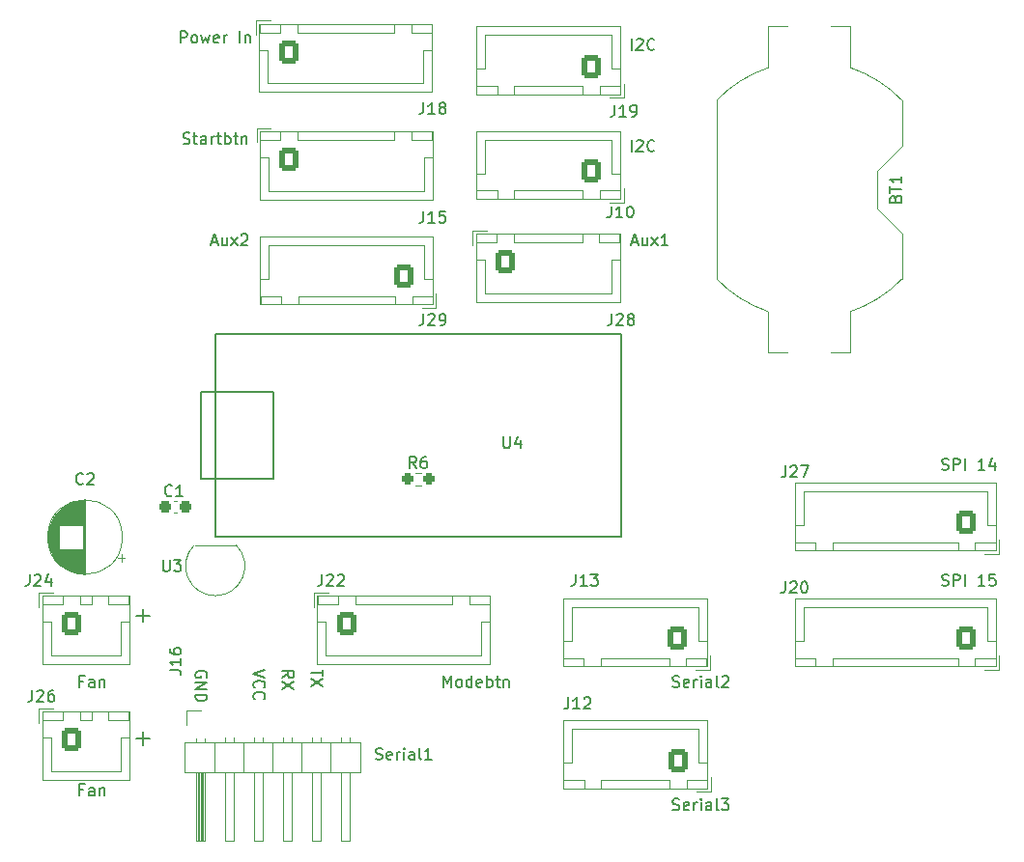
<source format=gto>
G04 #@! TF.GenerationSoftware,KiCad,Pcbnew,6.0.11-2627ca5db0~126~ubuntu20.04.1*
G04 #@! TF.CreationDate,2023-03-12T13:33:38+01:00*
G04 #@! TF.ProjectId,Bobbycar_wiring,426f6262-7963-4617-925f-776972696e67,rev?*
G04 #@! TF.SameCoordinates,Original*
G04 #@! TF.FileFunction,Legend,Top*
G04 #@! TF.FilePolarity,Positive*
%FSLAX46Y46*%
G04 Gerber Fmt 4.6, Leading zero omitted, Abs format (unit mm)*
G04 Created by KiCad (PCBNEW 6.0.11-2627ca5db0~126~ubuntu20.04.1) date 2023-03-12 13:33:38*
%MOMM*%
%LPD*%
G01*
G04 APERTURE LIST*
G04 Aperture macros list*
%AMRoundRect*
0 Rectangle with rounded corners*
0 $1 Rounding radius*
0 $2 $3 $4 $5 $6 $7 $8 $9 X,Y pos of 4 corners*
0 Add a 4 corners polygon primitive as box body*
4,1,4,$2,$3,$4,$5,$6,$7,$8,$9,$2,$3,0*
0 Add four circle primitives for the rounded corners*
1,1,$1+$1,$2,$3*
1,1,$1+$1,$4,$5*
1,1,$1+$1,$6,$7*
1,1,$1+$1,$8,$9*
0 Add four rect primitives between the rounded corners*
20,1,$1+$1,$2,$3,$4,$5,0*
20,1,$1+$1,$4,$5,$6,$7,0*
20,1,$1+$1,$6,$7,$8,$9,0*
20,1,$1+$1,$8,$9,$2,$3,0*%
G04 Aperture macros list end*
%ADD10C,0.150000*%
%ADD11C,0.120000*%
%ADD12C,3.200000*%
%ADD13RoundRect,0.250000X0.600000X0.725000X-0.600000X0.725000X-0.600000X-0.725000X0.600000X-0.725000X0*%
%ADD14O,1.700000X1.950000*%
%ADD15RoundRect,0.250000X-0.600000X-0.725000X0.600000X-0.725000X0.600000X0.725000X-0.600000X0.725000X0*%
%ADD16RoundRect,0.237500X-0.300000X-0.237500X0.300000X-0.237500X0.300000X0.237500X-0.300000X0.237500X0*%
%ADD17R,1.700000X1.700000*%
%ADD18O,1.700000X1.700000*%
%ADD19O,1.700000X2.000000*%
%ADD20RoundRect,0.250000X-0.600000X-0.750000X0.600000X-0.750000X0.600000X0.750000X-0.600000X0.750000X0*%
%ADD21R,3.510000X2.540000*%
%ADD22R,1.600000X1.600000*%
%ADD23C,1.600000*%
%ADD24R,1.050000X1.500000*%
%ADD25O,1.050000X1.500000*%
%ADD26RoundRect,0.237500X-0.250000X-0.237500X0.250000X-0.237500X0.250000X0.237500X-0.250000X0.237500X0*%
G04 APERTURE END LIST*
D10*
X88598571Y-61761666D02*
X89074761Y-61761666D01*
X88503333Y-62047380D02*
X88836666Y-61047380D01*
X89170000Y-62047380D01*
X89931904Y-61380714D02*
X89931904Y-62047380D01*
X89503333Y-61380714D02*
X89503333Y-61904523D01*
X89550952Y-61999761D01*
X89646190Y-62047380D01*
X89789047Y-62047380D01*
X89884285Y-61999761D01*
X89931904Y-61952142D01*
X90312857Y-62047380D02*
X90836666Y-61380714D01*
X90312857Y-61380714D02*
X90836666Y-62047380D01*
X91170000Y-61142619D02*
X91217619Y-61095000D01*
X91312857Y-61047380D01*
X91550952Y-61047380D01*
X91646190Y-61095000D01*
X91693809Y-61142619D01*
X91741428Y-61237857D01*
X91741428Y-61333095D01*
X91693809Y-61475952D01*
X91122380Y-62047380D01*
X91741428Y-62047380D01*
X125428571Y-61761666D02*
X125904761Y-61761666D01*
X125333333Y-62047380D02*
X125666666Y-61047380D01*
X126000000Y-62047380D01*
X126761904Y-61380714D02*
X126761904Y-62047380D01*
X126333333Y-61380714D02*
X126333333Y-61904523D01*
X126380952Y-61999761D01*
X126476190Y-62047380D01*
X126619047Y-62047380D01*
X126714285Y-61999761D01*
X126761904Y-61952142D01*
X127142857Y-62047380D02*
X127666666Y-61380714D01*
X127142857Y-61380714D02*
X127666666Y-62047380D01*
X128571428Y-62047380D02*
X128000000Y-62047380D01*
X128285714Y-62047380D02*
X128285714Y-61047380D01*
X128190476Y-61190238D01*
X128095238Y-61285476D01*
X128000000Y-61333095D01*
X86090476Y-53109761D02*
X86233333Y-53157380D01*
X86471428Y-53157380D01*
X86566666Y-53109761D01*
X86614285Y-53062142D01*
X86661904Y-52966904D01*
X86661904Y-52871666D01*
X86614285Y-52776428D01*
X86566666Y-52728809D01*
X86471428Y-52681190D01*
X86280952Y-52633571D01*
X86185714Y-52585952D01*
X86138095Y-52538333D01*
X86090476Y-52443095D01*
X86090476Y-52347857D01*
X86138095Y-52252619D01*
X86185714Y-52205000D01*
X86280952Y-52157380D01*
X86519047Y-52157380D01*
X86661904Y-52205000D01*
X86947619Y-52490714D02*
X87328571Y-52490714D01*
X87090476Y-52157380D02*
X87090476Y-53014523D01*
X87138095Y-53109761D01*
X87233333Y-53157380D01*
X87328571Y-53157380D01*
X88090476Y-53157380D02*
X88090476Y-52633571D01*
X88042857Y-52538333D01*
X87947619Y-52490714D01*
X87757142Y-52490714D01*
X87661904Y-52538333D01*
X88090476Y-53109761D02*
X87995238Y-53157380D01*
X87757142Y-53157380D01*
X87661904Y-53109761D01*
X87614285Y-53014523D01*
X87614285Y-52919285D01*
X87661904Y-52824047D01*
X87757142Y-52776428D01*
X87995238Y-52776428D01*
X88090476Y-52728809D01*
X88566666Y-53157380D02*
X88566666Y-52490714D01*
X88566666Y-52681190D02*
X88614285Y-52585952D01*
X88661904Y-52538333D01*
X88757142Y-52490714D01*
X88852380Y-52490714D01*
X89042857Y-52490714D02*
X89423809Y-52490714D01*
X89185714Y-52157380D02*
X89185714Y-53014523D01*
X89233333Y-53109761D01*
X89328571Y-53157380D01*
X89423809Y-53157380D01*
X89757142Y-53157380D02*
X89757142Y-52157380D01*
X89757142Y-52538333D02*
X89852380Y-52490714D01*
X90042857Y-52490714D01*
X90138095Y-52538333D01*
X90185714Y-52585952D01*
X90233333Y-52681190D01*
X90233333Y-52966904D01*
X90185714Y-53062142D01*
X90138095Y-53109761D01*
X90042857Y-53157380D01*
X89852380Y-53157380D01*
X89757142Y-53109761D01*
X90519047Y-52490714D02*
X90900000Y-52490714D01*
X90661904Y-52157380D02*
X90661904Y-53014523D01*
X90709523Y-53109761D01*
X90804761Y-53157380D01*
X90900000Y-53157380D01*
X91233333Y-52490714D02*
X91233333Y-53157380D01*
X91233333Y-52585952D02*
X91280952Y-52538333D01*
X91376190Y-52490714D01*
X91519047Y-52490714D01*
X91614285Y-52538333D01*
X91661904Y-52633571D01*
X91661904Y-53157380D01*
X83121428Y-105302857D02*
X81978571Y-105302857D01*
X82550000Y-104731428D02*
X82550000Y-105874285D01*
X83121428Y-94507857D02*
X81978571Y-94507857D01*
X82550000Y-93936428D02*
X82550000Y-95079285D01*
X98337619Y-99252738D02*
X98337619Y-99824166D01*
X97337619Y-99538452D02*
X98337619Y-99538452D01*
X98337619Y-100062261D02*
X97337619Y-100728928D01*
X98337619Y-100728928D02*
X97337619Y-100062261D01*
X125388809Y-44902380D02*
X125388809Y-43902380D01*
X125817380Y-43997619D02*
X125865000Y-43950000D01*
X125960238Y-43902380D01*
X126198333Y-43902380D01*
X126293571Y-43950000D01*
X126341190Y-43997619D01*
X126388809Y-44092857D01*
X126388809Y-44188095D01*
X126341190Y-44330952D01*
X125769761Y-44902380D01*
X126388809Y-44902380D01*
X127388809Y-44807142D02*
X127341190Y-44854761D01*
X127198333Y-44902380D01*
X127103095Y-44902380D01*
X126960238Y-44854761D01*
X126865000Y-44759523D01*
X126817380Y-44664285D01*
X126769761Y-44473809D01*
X126769761Y-44330952D01*
X126817380Y-44140476D01*
X126865000Y-44045238D01*
X126960238Y-43950000D01*
X127103095Y-43902380D01*
X127198333Y-43902380D01*
X127341190Y-43950000D01*
X127388809Y-43997619D01*
X94797619Y-99967023D02*
X95273809Y-99633690D01*
X94797619Y-99395595D02*
X95797619Y-99395595D01*
X95797619Y-99776547D01*
X95750000Y-99871785D01*
X95702380Y-99919404D01*
X95607142Y-99967023D01*
X95464285Y-99967023D01*
X95369047Y-99919404D01*
X95321428Y-99871785D01*
X95273809Y-99776547D01*
X95273809Y-99395595D01*
X95797619Y-100300357D02*
X94797619Y-100967023D01*
X95797619Y-100967023D02*
X94797619Y-100300357D01*
X102957619Y-107084761D02*
X103100476Y-107132380D01*
X103338571Y-107132380D01*
X103433809Y-107084761D01*
X103481428Y-107037142D01*
X103529047Y-106941904D01*
X103529047Y-106846666D01*
X103481428Y-106751428D01*
X103433809Y-106703809D01*
X103338571Y-106656190D01*
X103148095Y-106608571D01*
X103052857Y-106560952D01*
X103005238Y-106513333D01*
X102957619Y-106418095D01*
X102957619Y-106322857D01*
X103005238Y-106227619D01*
X103052857Y-106180000D01*
X103148095Y-106132380D01*
X103386190Y-106132380D01*
X103529047Y-106180000D01*
X104338571Y-107084761D02*
X104243333Y-107132380D01*
X104052857Y-107132380D01*
X103957619Y-107084761D01*
X103910000Y-106989523D01*
X103910000Y-106608571D01*
X103957619Y-106513333D01*
X104052857Y-106465714D01*
X104243333Y-106465714D01*
X104338571Y-106513333D01*
X104386190Y-106608571D01*
X104386190Y-106703809D01*
X103910000Y-106799047D01*
X104814761Y-107132380D02*
X104814761Y-106465714D01*
X104814761Y-106656190D02*
X104862380Y-106560952D01*
X104910000Y-106513333D01*
X105005238Y-106465714D01*
X105100476Y-106465714D01*
X105433809Y-107132380D02*
X105433809Y-106465714D01*
X105433809Y-106132380D02*
X105386190Y-106180000D01*
X105433809Y-106227619D01*
X105481428Y-106180000D01*
X105433809Y-106132380D01*
X105433809Y-106227619D01*
X106338571Y-107132380D02*
X106338571Y-106608571D01*
X106290952Y-106513333D01*
X106195714Y-106465714D01*
X106005238Y-106465714D01*
X105910000Y-106513333D01*
X106338571Y-107084761D02*
X106243333Y-107132380D01*
X106005238Y-107132380D01*
X105910000Y-107084761D01*
X105862380Y-106989523D01*
X105862380Y-106894285D01*
X105910000Y-106799047D01*
X106005238Y-106751428D01*
X106243333Y-106751428D01*
X106338571Y-106703809D01*
X106957619Y-107132380D02*
X106862380Y-107084761D01*
X106814761Y-106989523D01*
X106814761Y-106132380D01*
X107862380Y-107132380D02*
X107290952Y-107132380D01*
X107576666Y-107132380D02*
X107576666Y-106132380D01*
X107481428Y-106275238D01*
X107386190Y-106370476D01*
X107290952Y-106418095D01*
X77343095Y-109783571D02*
X77009761Y-109783571D01*
X77009761Y-110307380D02*
X77009761Y-109307380D01*
X77485952Y-109307380D01*
X78295476Y-110307380D02*
X78295476Y-109783571D01*
X78247857Y-109688333D01*
X78152619Y-109640714D01*
X77962142Y-109640714D01*
X77866904Y-109688333D01*
X78295476Y-110259761D02*
X78200238Y-110307380D01*
X77962142Y-110307380D01*
X77866904Y-110259761D01*
X77819285Y-110164523D01*
X77819285Y-110069285D01*
X77866904Y-109974047D01*
X77962142Y-109926428D01*
X78200238Y-109926428D01*
X78295476Y-109878809D01*
X78771666Y-109640714D02*
X78771666Y-110307380D01*
X78771666Y-109735952D02*
X78819285Y-109688333D01*
X78914523Y-109640714D01*
X79057380Y-109640714D01*
X79152619Y-109688333D01*
X79200238Y-109783571D01*
X79200238Y-110307380D01*
X152582857Y-91844761D02*
X152725714Y-91892380D01*
X152963809Y-91892380D01*
X153059047Y-91844761D01*
X153106666Y-91797142D01*
X153154285Y-91701904D01*
X153154285Y-91606666D01*
X153106666Y-91511428D01*
X153059047Y-91463809D01*
X152963809Y-91416190D01*
X152773333Y-91368571D01*
X152678095Y-91320952D01*
X152630476Y-91273333D01*
X152582857Y-91178095D01*
X152582857Y-91082857D01*
X152630476Y-90987619D01*
X152678095Y-90940000D01*
X152773333Y-90892380D01*
X153011428Y-90892380D01*
X153154285Y-90940000D01*
X153582857Y-91892380D02*
X153582857Y-90892380D01*
X153963809Y-90892380D01*
X154059047Y-90940000D01*
X154106666Y-90987619D01*
X154154285Y-91082857D01*
X154154285Y-91225714D01*
X154106666Y-91320952D01*
X154059047Y-91368571D01*
X153963809Y-91416190D01*
X153582857Y-91416190D01*
X154582857Y-91892380D02*
X154582857Y-90892380D01*
X156344761Y-91892380D02*
X155773333Y-91892380D01*
X156059047Y-91892380D02*
X156059047Y-90892380D01*
X155963809Y-91035238D01*
X155868571Y-91130476D01*
X155773333Y-91178095D01*
X157249523Y-90892380D02*
X156773333Y-90892380D01*
X156725714Y-91368571D01*
X156773333Y-91320952D01*
X156868571Y-91273333D01*
X157106666Y-91273333D01*
X157201904Y-91320952D01*
X157249523Y-91368571D01*
X157297142Y-91463809D01*
X157297142Y-91701904D01*
X157249523Y-91797142D01*
X157201904Y-91844761D01*
X157106666Y-91892380D01*
X156868571Y-91892380D01*
X156773333Y-91844761D01*
X156725714Y-91797142D01*
X88130000Y-99919404D02*
X88177619Y-99824166D01*
X88177619Y-99681309D01*
X88130000Y-99538452D01*
X88034761Y-99443214D01*
X87939523Y-99395595D01*
X87749047Y-99347976D01*
X87606190Y-99347976D01*
X87415714Y-99395595D01*
X87320476Y-99443214D01*
X87225238Y-99538452D01*
X87177619Y-99681309D01*
X87177619Y-99776547D01*
X87225238Y-99919404D01*
X87272857Y-99967023D01*
X87606190Y-99967023D01*
X87606190Y-99776547D01*
X87177619Y-100395595D02*
X88177619Y-100395595D01*
X87177619Y-100967023D01*
X88177619Y-100967023D01*
X87177619Y-101443214D02*
X88177619Y-101443214D01*
X88177619Y-101681309D01*
X88130000Y-101824166D01*
X88034761Y-101919404D01*
X87939523Y-101967023D01*
X87749047Y-102014642D01*
X87606190Y-102014642D01*
X87415714Y-101967023D01*
X87320476Y-101919404D01*
X87225238Y-101824166D01*
X87177619Y-101681309D01*
X87177619Y-101443214D01*
X108902857Y-100782380D02*
X108902857Y-99782380D01*
X109236190Y-100496666D01*
X109569523Y-99782380D01*
X109569523Y-100782380D01*
X110188571Y-100782380D02*
X110093333Y-100734761D01*
X110045714Y-100687142D01*
X109998095Y-100591904D01*
X109998095Y-100306190D01*
X110045714Y-100210952D01*
X110093333Y-100163333D01*
X110188571Y-100115714D01*
X110331428Y-100115714D01*
X110426666Y-100163333D01*
X110474285Y-100210952D01*
X110521904Y-100306190D01*
X110521904Y-100591904D01*
X110474285Y-100687142D01*
X110426666Y-100734761D01*
X110331428Y-100782380D01*
X110188571Y-100782380D01*
X111379047Y-100782380D02*
X111379047Y-99782380D01*
X111379047Y-100734761D02*
X111283809Y-100782380D01*
X111093333Y-100782380D01*
X110998095Y-100734761D01*
X110950476Y-100687142D01*
X110902857Y-100591904D01*
X110902857Y-100306190D01*
X110950476Y-100210952D01*
X110998095Y-100163333D01*
X111093333Y-100115714D01*
X111283809Y-100115714D01*
X111379047Y-100163333D01*
X112236190Y-100734761D02*
X112140952Y-100782380D01*
X111950476Y-100782380D01*
X111855238Y-100734761D01*
X111807619Y-100639523D01*
X111807619Y-100258571D01*
X111855238Y-100163333D01*
X111950476Y-100115714D01*
X112140952Y-100115714D01*
X112236190Y-100163333D01*
X112283809Y-100258571D01*
X112283809Y-100353809D01*
X111807619Y-100449047D01*
X112712380Y-100782380D02*
X112712380Y-99782380D01*
X112712380Y-100163333D02*
X112807619Y-100115714D01*
X112998095Y-100115714D01*
X113093333Y-100163333D01*
X113140952Y-100210952D01*
X113188571Y-100306190D01*
X113188571Y-100591904D01*
X113140952Y-100687142D01*
X113093333Y-100734761D01*
X112998095Y-100782380D01*
X112807619Y-100782380D01*
X112712380Y-100734761D01*
X113474285Y-100115714D02*
X113855238Y-100115714D01*
X113617142Y-99782380D02*
X113617142Y-100639523D01*
X113664761Y-100734761D01*
X113760000Y-100782380D01*
X113855238Y-100782380D01*
X114188571Y-100115714D02*
X114188571Y-100782380D01*
X114188571Y-100210952D02*
X114236190Y-100163333D01*
X114331428Y-100115714D01*
X114474285Y-100115714D01*
X114569523Y-100163333D01*
X114617142Y-100258571D01*
X114617142Y-100782380D01*
X128992619Y-100734761D02*
X129135476Y-100782380D01*
X129373571Y-100782380D01*
X129468809Y-100734761D01*
X129516428Y-100687142D01*
X129564047Y-100591904D01*
X129564047Y-100496666D01*
X129516428Y-100401428D01*
X129468809Y-100353809D01*
X129373571Y-100306190D01*
X129183095Y-100258571D01*
X129087857Y-100210952D01*
X129040238Y-100163333D01*
X128992619Y-100068095D01*
X128992619Y-99972857D01*
X129040238Y-99877619D01*
X129087857Y-99830000D01*
X129183095Y-99782380D01*
X129421190Y-99782380D01*
X129564047Y-99830000D01*
X130373571Y-100734761D02*
X130278333Y-100782380D01*
X130087857Y-100782380D01*
X129992619Y-100734761D01*
X129945000Y-100639523D01*
X129945000Y-100258571D01*
X129992619Y-100163333D01*
X130087857Y-100115714D01*
X130278333Y-100115714D01*
X130373571Y-100163333D01*
X130421190Y-100258571D01*
X130421190Y-100353809D01*
X129945000Y-100449047D01*
X130849761Y-100782380D02*
X130849761Y-100115714D01*
X130849761Y-100306190D02*
X130897380Y-100210952D01*
X130945000Y-100163333D01*
X131040238Y-100115714D01*
X131135476Y-100115714D01*
X131468809Y-100782380D02*
X131468809Y-100115714D01*
X131468809Y-99782380D02*
X131421190Y-99830000D01*
X131468809Y-99877619D01*
X131516428Y-99830000D01*
X131468809Y-99782380D01*
X131468809Y-99877619D01*
X132373571Y-100782380D02*
X132373571Y-100258571D01*
X132325952Y-100163333D01*
X132230714Y-100115714D01*
X132040238Y-100115714D01*
X131945000Y-100163333D01*
X132373571Y-100734761D02*
X132278333Y-100782380D01*
X132040238Y-100782380D01*
X131945000Y-100734761D01*
X131897380Y-100639523D01*
X131897380Y-100544285D01*
X131945000Y-100449047D01*
X132040238Y-100401428D01*
X132278333Y-100401428D01*
X132373571Y-100353809D01*
X132992619Y-100782380D02*
X132897380Y-100734761D01*
X132849761Y-100639523D01*
X132849761Y-99782380D01*
X133325952Y-99877619D02*
X133373571Y-99830000D01*
X133468809Y-99782380D01*
X133706904Y-99782380D01*
X133802142Y-99830000D01*
X133849761Y-99877619D01*
X133897380Y-99972857D01*
X133897380Y-100068095D01*
X133849761Y-100210952D01*
X133278333Y-100782380D01*
X133897380Y-100782380D01*
X85852380Y-44267380D02*
X85852380Y-43267380D01*
X86233333Y-43267380D01*
X86328571Y-43315000D01*
X86376190Y-43362619D01*
X86423809Y-43457857D01*
X86423809Y-43600714D01*
X86376190Y-43695952D01*
X86328571Y-43743571D01*
X86233333Y-43791190D01*
X85852380Y-43791190D01*
X86995238Y-44267380D02*
X86900000Y-44219761D01*
X86852380Y-44172142D01*
X86804761Y-44076904D01*
X86804761Y-43791190D01*
X86852380Y-43695952D01*
X86900000Y-43648333D01*
X86995238Y-43600714D01*
X87138095Y-43600714D01*
X87233333Y-43648333D01*
X87280952Y-43695952D01*
X87328571Y-43791190D01*
X87328571Y-44076904D01*
X87280952Y-44172142D01*
X87233333Y-44219761D01*
X87138095Y-44267380D01*
X86995238Y-44267380D01*
X87661904Y-43600714D02*
X87852380Y-44267380D01*
X88042857Y-43791190D01*
X88233333Y-44267380D01*
X88423809Y-43600714D01*
X89185714Y-44219761D02*
X89090476Y-44267380D01*
X88900000Y-44267380D01*
X88804761Y-44219761D01*
X88757142Y-44124523D01*
X88757142Y-43743571D01*
X88804761Y-43648333D01*
X88900000Y-43600714D01*
X89090476Y-43600714D01*
X89185714Y-43648333D01*
X89233333Y-43743571D01*
X89233333Y-43838809D01*
X88757142Y-43934047D01*
X89661904Y-44267380D02*
X89661904Y-43600714D01*
X89661904Y-43791190D02*
X89709523Y-43695952D01*
X89757142Y-43648333D01*
X89852380Y-43600714D01*
X89947619Y-43600714D01*
X91042857Y-44267380D02*
X91042857Y-43267380D01*
X91519047Y-43600714D02*
X91519047Y-44267380D01*
X91519047Y-43695952D02*
X91566666Y-43648333D01*
X91661904Y-43600714D01*
X91804761Y-43600714D01*
X91900000Y-43648333D01*
X91947619Y-43743571D01*
X91947619Y-44267380D01*
X93257619Y-99252738D02*
X92257619Y-99586071D01*
X93257619Y-99919404D01*
X92352857Y-100824166D02*
X92305238Y-100776547D01*
X92257619Y-100633690D01*
X92257619Y-100538452D01*
X92305238Y-100395595D01*
X92400476Y-100300357D01*
X92495714Y-100252738D01*
X92686190Y-100205119D01*
X92829047Y-100205119D01*
X93019523Y-100252738D01*
X93114761Y-100300357D01*
X93210000Y-100395595D01*
X93257619Y-100538452D01*
X93257619Y-100633690D01*
X93210000Y-100776547D01*
X93162380Y-100824166D01*
X92352857Y-101824166D02*
X92305238Y-101776547D01*
X92257619Y-101633690D01*
X92257619Y-101538452D01*
X92305238Y-101395595D01*
X92400476Y-101300357D01*
X92495714Y-101252738D01*
X92686190Y-101205119D01*
X92829047Y-101205119D01*
X93019523Y-101252738D01*
X93114761Y-101300357D01*
X93210000Y-101395595D01*
X93257619Y-101538452D01*
X93257619Y-101633690D01*
X93210000Y-101776547D01*
X93162380Y-101824166D01*
X125388809Y-53792380D02*
X125388809Y-52792380D01*
X125817380Y-52887619D02*
X125865000Y-52840000D01*
X125960238Y-52792380D01*
X126198333Y-52792380D01*
X126293571Y-52840000D01*
X126341190Y-52887619D01*
X126388809Y-52982857D01*
X126388809Y-53078095D01*
X126341190Y-53220952D01*
X125769761Y-53792380D01*
X126388809Y-53792380D01*
X127388809Y-53697142D02*
X127341190Y-53744761D01*
X127198333Y-53792380D01*
X127103095Y-53792380D01*
X126960238Y-53744761D01*
X126865000Y-53649523D01*
X126817380Y-53554285D01*
X126769761Y-53363809D01*
X126769761Y-53220952D01*
X126817380Y-53030476D01*
X126865000Y-52935238D01*
X126960238Y-52840000D01*
X127103095Y-52792380D01*
X127198333Y-52792380D01*
X127341190Y-52840000D01*
X127388809Y-52887619D01*
X152582857Y-81684761D02*
X152725714Y-81732380D01*
X152963809Y-81732380D01*
X153059047Y-81684761D01*
X153106666Y-81637142D01*
X153154285Y-81541904D01*
X153154285Y-81446666D01*
X153106666Y-81351428D01*
X153059047Y-81303809D01*
X152963809Y-81256190D01*
X152773333Y-81208571D01*
X152678095Y-81160952D01*
X152630476Y-81113333D01*
X152582857Y-81018095D01*
X152582857Y-80922857D01*
X152630476Y-80827619D01*
X152678095Y-80780000D01*
X152773333Y-80732380D01*
X153011428Y-80732380D01*
X153154285Y-80780000D01*
X153582857Y-81732380D02*
X153582857Y-80732380D01*
X153963809Y-80732380D01*
X154059047Y-80780000D01*
X154106666Y-80827619D01*
X154154285Y-80922857D01*
X154154285Y-81065714D01*
X154106666Y-81160952D01*
X154059047Y-81208571D01*
X153963809Y-81256190D01*
X153582857Y-81256190D01*
X154582857Y-81732380D02*
X154582857Y-80732380D01*
X156344761Y-81732380D02*
X155773333Y-81732380D01*
X156059047Y-81732380D02*
X156059047Y-80732380D01*
X155963809Y-80875238D01*
X155868571Y-80970476D01*
X155773333Y-81018095D01*
X157201904Y-81065714D02*
X157201904Y-81732380D01*
X156963809Y-80684761D02*
X156725714Y-81399047D01*
X157344761Y-81399047D01*
X128992619Y-111529761D02*
X129135476Y-111577380D01*
X129373571Y-111577380D01*
X129468809Y-111529761D01*
X129516428Y-111482142D01*
X129564047Y-111386904D01*
X129564047Y-111291666D01*
X129516428Y-111196428D01*
X129468809Y-111148809D01*
X129373571Y-111101190D01*
X129183095Y-111053571D01*
X129087857Y-111005952D01*
X129040238Y-110958333D01*
X128992619Y-110863095D01*
X128992619Y-110767857D01*
X129040238Y-110672619D01*
X129087857Y-110625000D01*
X129183095Y-110577380D01*
X129421190Y-110577380D01*
X129564047Y-110625000D01*
X130373571Y-111529761D02*
X130278333Y-111577380D01*
X130087857Y-111577380D01*
X129992619Y-111529761D01*
X129945000Y-111434523D01*
X129945000Y-111053571D01*
X129992619Y-110958333D01*
X130087857Y-110910714D01*
X130278333Y-110910714D01*
X130373571Y-110958333D01*
X130421190Y-111053571D01*
X130421190Y-111148809D01*
X129945000Y-111244047D01*
X130849761Y-111577380D02*
X130849761Y-110910714D01*
X130849761Y-111101190D02*
X130897380Y-111005952D01*
X130945000Y-110958333D01*
X131040238Y-110910714D01*
X131135476Y-110910714D01*
X131468809Y-111577380D02*
X131468809Y-110910714D01*
X131468809Y-110577380D02*
X131421190Y-110625000D01*
X131468809Y-110672619D01*
X131516428Y-110625000D01*
X131468809Y-110577380D01*
X131468809Y-110672619D01*
X132373571Y-111577380D02*
X132373571Y-111053571D01*
X132325952Y-110958333D01*
X132230714Y-110910714D01*
X132040238Y-110910714D01*
X131945000Y-110958333D01*
X132373571Y-111529761D02*
X132278333Y-111577380D01*
X132040238Y-111577380D01*
X131945000Y-111529761D01*
X131897380Y-111434523D01*
X131897380Y-111339285D01*
X131945000Y-111244047D01*
X132040238Y-111196428D01*
X132278333Y-111196428D01*
X132373571Y-111148809D01*
X132992619Y-111577380D02*
X132897380Y-111529761D01*
X132849761Y-111434523D01*
X132849761Y-110577380D01*
X133278333Y-110577380D02*
X133897380Y-110577380D01*
X133564047Y-110958333D01*
X133706904Y-110958333D01*
X133802142Y-111005952D01*
X133849761Y-111053571D01*
X133897380Y-111148809D01*
X133897380Y-111386904D01*
X133849761Y-111482142D01*
X133802142Y-111529761D01*
X133706904Y-111577380D01*
X133421190Y-111577380D01*
X133325952Y-111529761D01*
X133278333Y-111482142D01*
X77343095Y-100258571D02*
X77009761Y-100258571D01*
X77009761Y-100782380D02*
X77009761Y-99782380D01*
X77485952Y-99782380D01*
X78295476Y-100782380D02*
X78295476Y-100258571D01*
X78247857Y-100163333D01*
X78152619Y-100115714D01*
X77962142Y-100115714D01*
X77866904Y-100163333D01*
X78295476Y-100734761D02*
X78200238Y-100782380D01*
X77962142Y-100782380D01*
X77866904Y-100734761D01*
X77819285Y-100639523D01*
X77819285Y-100544285D01*
X77866904Y-100449047D01*
X77962142Y-100401428D01*
X78200238Y-100401428D01*
X78295476Y-100353809D01*
X78771666Y-100115714D02*
X78771666Y-100782380D01*
X78771666Y-100210952D02*
X78819285Y-100163333D01*
X78914523Y-100115714D01*
X79057380Y-100115714D01*
X79152619Y-100163333D01*
X79200238Y-100258571D01*
X79200238Y-100782380D01*
X107140476Y-68032380D02*
X107140476Y-68746666D01*
X107092857Y-68889523D01*
X106997619Y-68984761D01*
X106854761Y-69032380D01*
X106759523Y-69032380D01*
X107569047Y-68127619D02*
X107616666Y-68080000D01*
X107711904Y-68032380D01*
X107950000Y-68032380D01*
X108045238Y-68080000D01*
X108092857Y-68127619D01*
X108140476Y-68222857D01*
X108140476Y-68318095D01*
X108092857Y-68460952D01*
X107521428Y-69032380D01*
X108140476Y-69032380D01*
X108616666Y-69032380D02*
X108807142Y-69032380D01*
X108902380Y-68984761D01*
X108950000Y-68937142D01*
X109045238Y-68794285D01*
X109092857Y-68603809D01*
X109092857Y-68222857D01*
X109045238Y-68127619D01*
X108997619Y-68080000D01*
X108902380Y-68032380D01*
X108711904Y-68032380D01*
X108616666Y-68080000D01*
X108569047Y-68127619D01*
X108521428Y-68222857D01*
X108521428Y-68460952D01*
X108569047Y-68556190D01*
X108616666Y-68603809D01*
X108711904Y-68651428D01*
X108902380Y-68651428D01*
X108997619Y-68603809D01*
X109045238Y-68556190D01*
X109092857Y-68460952D01*
X123650476Y-68032380D02*
X123650476Y-68746666D01*
X123602857Y-68889523D01*
X123507619Y-68984761D01*
X123364761Y-69032380D01*
X123269523Y-69032380D01*
X124079047Y-68127619D02*
X124126666Y-68080000D01*
X124221904Y-68032380D01*
X124460000Y-68032380D01*
X124555238Y-68080000D01*
X124602857Y-68127619D01*
X124650476Y-68222857D01*
X124650476Y-68318095D01*
X124602857Y-68460952D01*
X124031428Y-69032380D01*
X124650476Y-69032380D01*
X125221904Y-68460952D02*
X125126666Y-68413333D01*
X125079047Y-68365714D01*
X125031428Y-68270476D01*
X125031428Y-68222857D01*
X125079047Y-68127619D01*
X125126666Y-68080000D01*
X125221904Y-68032380D01*
X125412380Y-68032380D01*
X125507619Y-68080000D01*
X125555238Y-68127619D01*
X125602857Y-68222857D01*
X125602857Y-68270476D01*
X125555238Y-68365714D01*
X125507619Y-68413333D01*
X125412380Y-68460952D01*
X125221904Y-68460952D01*
X125126666Y-68508571D01*
X125079047Y-68556190D01*
X125031428Y-68651428D01*
X125031428Y-68841904D01*
X125079047Y-68937142D01*
X125126666Y-68984761D01*
X125221904Y-69032380D01*
X125412380Y-69032380D01*
X125507619Y-68984761D01*
X125555238Y-68937142D01*
X125602857Y-68841904D01*
X125602857Y-68651428D01*
X125555238Y-68556190D01*
X125507619Y-68508571D01*
X125412380Y-68460952D01*
X85101333Y-83955142D02*
X85053714Y-84002761D01*
X84910857Y-84050380D01*
X84815619Y-84050380D01*
X84672761Y-84002761D01*
X84577523Y-83907523D01*
X84529904Y-83812285D01*
X84482285Y-83621809D01*
X84482285Y-83478952D01*
X84529904Y-83288476D01*
X84577523Y-83193238D01*
X84672761Y-83098000D01*
X84815619Y-83050380D01*
X84910857Y-83050380D01*
X85053714Y-83098000D01*
X85101333Y-83145619D01*
X86053714Y-84050380D02*
X85482285Y-84050380D01*
X85768000Y-84050380D02*
X85768000Y-83050380D01*
X85672761Y-83193238D01*
X85577523Y-83288476D01*
X85482285Y-83336095D01*
X84902380Y-99294523D02*
X85616666Y-99294523D01*
X85759523Y-99342142D01*
X85854761Y-99437380D01*
X85902380Y-99580238D01*
X85902380Y-99675476D01*
X85902380Y-98294523D02*
X85902380Y-98865952D01*
X85902380Y-98580238D02*
X84902380Y-98580238D01*
X85045238Y-98675476D01*
X85140476Y-98770714D01*
X85188095Y-98865952D01*
X84902380Y-97437380D02*
X84902380Y-97627857D01*
X84950000Y-97723095D01*
X84997619Y-97770714D01*
X85140476Y-97865952D01*
X85330952Y-97913571D01*
X85711904Y-97913571D01*
X85807142Y-97865952D01*
X85854761Y-97818333D01*
X85902380Y-97723095D01*
X85902380Y-97532619D01*
X85854761Y-97437380D01*
X85807142Y-97389761D01*
X85711904Y-97342142D01*
X85473809Y-97342142D01*
X85378571Y-97389761D01*
X85330952Y-97437380D01*
X85283333Y-97532619D01*
X85283333Y-97723095D01*
X85330952Y-97818333D01*
X85378571Y-97865952D01*
X85473809Y-97913571D01*
X98250476Y-90892380D02*
X98250476Y-91606666D01*
X98202857Y-91749523D01*
X98107619Y-91844761D01*
X97964761Y-91892380D01*
X97869523Y-91892380D01*
X98679047Y-90987619D02*
X98726666Y-90940000D01*
X98821904Y-90892380D01*
X99060000Y-90892380D01*
X99155238Y-90940000D01*
X99202857Y-90987619D01*
X99250476Y-91082857D01*
X99250476Y-91178095D01*
X99202857Y-91320952D01*
X98631428Y-91892380D01*
X99250476Y-91892380D01*
X99631428Y-90987619D02*
X99679047Y-90940000D01*
X99774285Y-90892380D01*
X100012380Y-90892380D01*
X100107619Y-90940000D01*
X100155238Y-90987619D01*
X100202857Y-91082857D01*
X100202857Y-91178095D01*
X100155238Y-91320952D01*
X99583809Y-91892380D01*
X100202857Y-91892380D01*
X123900476Y-49727380D02*
X123900476Y-50441666D01*
X123852857Y-50584523D01*
X123757619Y-50679761D01*
X123614761Y-50727380D01*
X123519523Y-50727380D01*
X124900476Y-50727380D02*
X124329047Y-50727380D01*
X124614761Y-50727380D02*
X124614761Y-49727380D01*
X124519523Y-49870238D01*
X124424285Y-49965476D01*
X124329047Y-50013095D01*
X125376666Y-50727380D02*
X125567142Y-50727380D01*
X125662380Y-50679761D01*
X125710000Y-50632142D01*
X125805238Y-50489285D01*
X125852857Y-50298809D01*
X125852857Y-49917857D01*
X125805238Y-49822619D01*
X125757619Y-49775000D01*
X125662380Y-49727380D01*
X125471904Y-49727380D01*
X125376666Y-49775000D01*
X125329047Y-49822619D01*
X125281428Y-49917857D01*
X125281428Y-50155952D01*
X125329047Y-50251190D01*
X125376666Y-50298809D01*
X125471904Y-50346428D01*
X125662380Y-50346428D01*
X125757619Y-50298809D01*
X125805238Y-50251190D01*
X125852857Y-50155952D01*
X119840476Y-101687380D02*
X119840476Y-102401666D01*
X119792857Y-102544523D01*
X119697619Y-102639761D01*
X119554761Y-102687380D01*
X119459523Y-102687380D01*
X120840476Y-102687380D02*
X120269047Y-102687380D01*
X120554761Y-102687380D02*
X120554761Y-101687380D01*
X120459523Y-101830238D01*
X120364285Y-101925476D01*
X120269047Y-101973095D01*
X121221428Y-101782619D02*
X121269047Y-101735000D01*
X121364285Y-101687380D01*
X121602380Y-101687380D01*
X121697619Y-101735000D01*
X121745238Y-101782619D01*
X121792857Y-101877857D01*
X121792857Y-101973095D01*
X121745238Y-102115952D01*
X121173809Y-102687380D01*
X121792857Y-102687380D01*
X107140476Y-49510380D02*
X107140476Y-50224666D01*
X107092857Y-50367523D01*
X106997619Y-50462761D01*
X106854761Y-50510380D01*
X106759523Y-50510380D01*
X108140476Y-50510380D02*
X107569047Y-50510380D01*
X107854761Y-50510380D02*
X107854761Y-49510380D01*
X107759523Y-49653238D01*
X107664285Y-49748476D01*
X107569047Y-49796095D01*
X108711904Y-49938952D02*
X108616666Y-49891333D01*
X108569047Y-49843714D01*
X108521428Y-49748476D01*
X108521428Y-49700857D01*
X108569047Y-49605619D01*
X108616666Y-49558000D01*
X108711904Y-49510380D01*
X108902380Y-49510380D01*
X108997619Y-49558000D01*
X109045238Y-49605619D01*
X109092857Y-49700857D01*
X109092857Y-49748476D01*
X109045238Y-49843714D01*
X108997619Y-49891333D01*
X108902380Y-49938952D01*
X108711904Y-49938952D01*
X108616666Y-49986571D01*
X108569047Y-50034190D01*
X108521428Y-50129428D01*
X108521428Y-50319904D01*
X108569047Y-50415142D01*
X108616666Y-50462761D01*
X108711904Y-50510380D01*
X108902380Y-50510380D01*
X108997619Y-50462761D01*
X109045238Y-50415142D01*
X109092857Y-50319904D01*
X109092857Y-50129428D01*
X109045238Y-50034190D01*
X108997619Y-49986571D01*
X108902380Y-49938952D01*
X120475476Y-90892380D02*
X120475476Y-91606666D01*
X120427857Y-91749523D01*
X120332619Y-91844761D01*
X120189761Y-91892380D01*
X120094523Y-91892380D01*
X121475476Y-91892380D02*
X120904047Y-91892380D01*
X121189761Y-91892380D02*
X121189761Y-90892380D01*
X121094523Y-91035238D01*
X120999285Y-91130476D01*
X120904047Y-91178095D01*
X121808809Y-90892380D02*
X122427857Y-90892380D01*
X122094523Y-91273333D01*
X122237380Y-91273333D01*
X122332619Y-91320952D01*
X122380238Y-91368571D01*
X122427857Y-91463809D01*
X122427857Y-91701904D01*
X122380238Y-91797142D01*
X122332619Y-91844761D01*
X122237380Y-91892380D01*
X121951666Y-91892380D01*
X121856428Y-91844761D01*
X121808809Y-91797142D01*
X107140476Y-59035380D02*
X107140476Y-59749666D01*
X107092857Y-59892523D01*
X106997619Y-59987761D01*
X106854761Y-60035380D01*
X106759523Y-60035380D01*
X108140476Y-60035380D02*
X107569047Y-60035380D01*
X107854761Y-60035380D02*
X107854761Y-59035380D01*
X107759523Y-59178238D01*
X107664285Y-59273476D01*
X107569047Y-59321095D01*
X109045238Y-59035380D02*
X108569047Y-59035380D01*
X108521428Y-59511571D01*
X108569047Y-59463952D01*
X108664285Y-59416333D01*
X108902380Y-59416333D01*
X108997619Y-59463952D01*
X109045238Y-59511571D01*
X109092857Y-59606809D01*
X109092857Y-59844904D01*
X109045238Y-59940142D01*
X108997619Y-59987761D01*
X108902380Y-60035380D01*
X108664285Y-60035380D01*
X108569047Y-59987761D01*
X108521428Y-59940142D01*
X72630476Y-90892380D02*
X72630476Y-91606666D01*
X72582857Y-91749523D01*
X72487619Y-91844761D01*
X72344761Y-91892380D01*
X72249523Y-91892380D01*
X73059047Y-90987619D02*
X73106666Y-90940000D01*
X73201904Y-90892380D01*
X73440000Y-90892380D01*
X73535238Y-90940000D01*
X73582857Y-90987619D01*
X73630476Y-91082857D01*
X73630476Y-91178095D01*
X73582857Y-91320952D01*
X73011428Y-91892380D01*
X73630476Y-91892380D01*
X74487619Y-91225714D02*
X74487619Y-91892380D01*
X74249523Y-90844761D02*
X74011428Y-91559047D01*
X74630476Y-91559047D01*
X123590476Y-58598380D02*
X123590476Y-59312666D01*
X123542857Y-59455523D01*
X123447619Y-59550761D01*
X123304761Y-59598380D01*
X123209523Y-59598380D01*
X124590476Y-59598380D02*
X124019047Y-59598380D01*
X124304761Y-59598380D02*
X124304761Y-58598380D01*
X124209523Y-58741238D01*
X124114285Y-58836476D01*
X124019047Y-58884095D01*
X125209523Y-58598380D02*
X125304761Y-58598380D01*
X125400000Y-58646000D01*
X125447619Y-58693619D01*
X125495238Y-58788857D01*
X125542857Y-58979333D01*
X125542857Y-59217428D01*
X125495238Y-59407904D01*
X125447619Y-59503142D01*
X125400000Y-59550761D01*
X125304761Y-59598380D01*
X125209523Y-59598380D01*
X125114285Y-59550761D01*
X125066666Y-59503142D01*
X125019047Y-59407904D01*
X124971428Y-59217428D01*
X124971428Y-58979333D01*
X125019047Y-58788857D01*
X125066666Y-58693619D01*
X125114285Y-58646000D01*
X125209523Y-58598380D01*
X148518571Y-57935714D02*
X148566190Y-57792857D01*
X148613809Y-57745238D01*
X148709047Y-57697619D01*
X148851904Y-57697619D01*
X148947142Y-57745238D01*
X148994761Y-57792857D01*
X149042380Y-57888095D01*
X149042380Y-58269047D01*
X148042380Y-58269047D01*
X148042380Y-57935714D01*
X148090000Y-57840476D01*
X148137619Y-57792857D01*
X148232857Y-57745238D01*
X148328095Y-57745238D01*
X148423333Y-57792857D01*
X148470952Y-57840476D01*
X148518571Y-57935714D01*
X148518571Y-58269047D01*
X148042380Y-57411904D02*
X148042380Y-56840476D01*
X149042380Y-57126190D02*
X148042380Y-57126190D01*
X149042380Y-55983333D02*
X149042380Y-56554761D01*
X149042380Y-56269047D02*
X148042380Y-56269047D01*
X148185238Y-56364285D01*
X148280476Y-56459523D01*
X148328095Y-56554761D01*
X114173095Y-78827380D02*
X114173095Y-79636904D01*
X114220714Y-79732142D01*
X114268333Y-79779761D01*
X114363571Y-79827380D01*
X114554047Y-79827380D01*
X114649285Y-79779761D01*
X114696904Y-79732142D01*
X114744523Y-79636904D01*
X114744523Y-78827380D01*
X115649285Y-79160714D02*
X115649285Y-79827380D01*
X115411190Y-78779761D02*
X115173095Y-79494047D01*
X115792142Y-79494047D01*
X138890476Y-81367380D02*
X138890476Y-82081666D01*
X138842857Y-82224523D01*
X138747619Y-82319761D01*
X138604761Y-82367380D01*
X138509523Y-82367380D01*
X139319047Y-81462619D02*
X139366666Y-81415000D01*
X139461904Y-81367380D01*
X139700000Y-81367380D01*
X139795238Y-81415000D01*
X139842857Y-81462619D01*
X139890476Y-81557857D01*
X139890476Y-81653095D01*
X139842857Y-81795952D01*
X139271428Y-82367380D01*
X139890476Y-82367380D01*
X140223809Y-81367380D02*
X140890476Y-81367380D01*
X140461904Y-82367380D01*
X84328095Y-89622380D02*
X84328095Y-90431904D01*
X84375714Y-90527142D01*
X84423333Y-90574761D01*
X84518571Y-90622380D01*
X84709047Y-90622380D01*
X84804285Y-90574761D01*
X84851904Y-90527142D01*
X84899523Y-90431904D01*
X84899523Y-89622380D01*
X85280476Y-89622380D02*
X85899523Y-89622380D01*
X85566190Y-90003333D01*
X85709047Y-90003333D01*
X85804285Y-90050952D01*
X85851904Y-90098571D01*
X85899523Y-90193809D01*
X85899523Y-90431904D01*
X85851904Y-90527142D01*
X85804285Y-90574761D01*
X85709047Y-90622380D01*
X85423333Y-90622380D01*
X85328095Y-90574761D01*
X85280476Y-90527142D01*
X72850476Y-101052380D02*
X72850476Y-101766666D01*
X72802857Y-101909523D01*
X72707619Y-102004761D01*
X72564761Y-102052380D01*
X72469523Y-102052380D01*
X73279047Y-101147619D02*
X73326666Y-101100000D01*
X73421904Y-101052380D01*
X73660000Y-101052380D01*
X73755238Y-101100000D01*
X73802857Y-101147619D01*
X73850476Y-101242857D01*
X73850476Y-101338095D01*
X73802857Y-101480952D01*
X73231428Y-102052380D01*
X73850476Y-102052380D01*
X74707619Y-101052380D02*
X74517142Y-101052380D01*
X74421904Y-101100000D01*
X74374285Y-101147619D01*
X74279047Y-101290476D01*
X74231428Y-101480952D01*
X74231428Y-101861904D01*
X74279047Y-101957142D01*
X74326666Y-102004761D01*
X74421904Y-102052380D01*
X74612380Y-102052380D01*
X74707619Y-102004761D01*
X74755238Y-101957142D01*
X74802857Y-101861904D01*
X74802857Y-101623809D01*
X74755238Y-101528571D01*
X74707619Y-101480952D01*
X74612380Y-101433333D01*
X74421904Y-101433333D01*
X74326666Y-101480952D01*
X74279047Y-101528571D01*
X74231428Y-101623809D01*
X138870476Y-91527380D02*
X138870476Y-92241666D01*
X138822857Y-92384523D01*
X138727619Y-92479761D01*
X138584761Y-92527380D01*
X138489523Y-92527380D01*
X139299047Y-91622619D02*
X139346666Y-91575000D01*
X139441904Y-91527380D01*
X139680000Y-91527380D01*
X139775238Y-91575000D01*
X139822857Y-91622619D01*
X139870476Y-91717857D01*
X139870476Y-91813095D01*
X139822857Y-91955952D01*
X139251428Y-92527380D01*
X139870476Y-92527380D01*
X140489523Y-91527380D02*
X140584761Y-91527380D01*
X140680000Y-91575000D01*
X140727619Y-91622619D01*
X140775238Y-91717857D01*
X140822857Y-91908333D01*
X140822857Y-92146428D01*
X140775238Y-92336904D01*
X140727619Y-92432142D01*
X140680000Y-92479761D01*
X140584761Y-92527380D01*
X140489523Y-92527380D01*
X140394285Y-92479761D01*
X140346666Y-92432142D01*
X140299047Y-92336904D01*
X140251428Y-92146428D01*
X140251428Y-91908333D01*
X140299047Y-91717857D01*
X140346666Y-91622619D01*
X140394285Y-91575000D01*
X140489523Y-91527380D01*
X77303333Y-82907142D02*
X77255714Y-82954761D01*
X77112857Y-83002380D01*
X77017619Y-83002380D01*
X76874761Y-82954761D01*
X76779523Y-82859523D01*
X76731904Y-82764285D01*
X76684285Y-82573809D01*
X76684285Y-82430952D01*
X76731904Y-82240476D01*
X76779523Y-82145238D01*
X76874761Y-82050000D01*
X77017619Y-82002380D01*
X77112857Y-82002380D01*
X77255714Y-82050000D01*
X77303333Y-82097619D01*
X77684285Y-82097619D02*
X77731904Y-82050000D01*
X77827142Y-82002380D01*
X78065238Y-82002380D01*
X78160476Y-82050000D01*
X78208095Y-82097619D01*
X78255714Y-82192857D01*
X78255714Y-82288095D01*
X78208095Y-82430952D01*
X77636666Y-83002380D01*
X78255714Y-83002380D01*
X106513333Y-81572380D02*
X106180000Y-81096190D01*
X105941904Y-81572380D02*
X105941904Y-80572380D01*
X106322857Y-80572380D01*
X106418095Y-80620000D01*
X106465714Y-80667619D01*
X106513333Y-80762857D01*
X106513333Y-80905714D01*
X106465714Y-81000952D01*
X106418095Y-81048571D01*
X106322857Y-81096190D01*
X105941904Y-81096190D01*
X107370476Y-80572380D02*
X107180000Y-80572380D01*
X107084761Y-80620000D01*
X107037142Y-80667619D01*
X106941904Y-80810476D01*
X106894285Y-81000952D01*
X106894285Y-81381904D01*
X106941904Y-81477142D01*
X106989523Y-81524761D01*
X107084761Y-81572380D01*
X107275238Y-81572380D01*
X107370476Y-81524761D01*
X107418095Y-81477142D01*
X107465714Y-81381904D01*
X107465714Y-81143809D01*
X107418095Y-81048571D01*
X107370476Y-81000952D01*
X107275238Y-80953333D01*
X107084761Y-80953333D01*
X106989523Y-81000952D01*
X106941904Y-81048571D01*
X106894285Y-81143809D01*
D11*
X107210000Y-62020000D02*
X100410000Y-62020000D01*
X107970000Y-67230000D02*
X107970000Y-61260000D01*
X106160000Y-67220000D02*
X107960000Y-67220000D01*
X107970000Y-61260000D02*
X92850000Y-61260000D01*
X108260000Y-67520000D02*
X108260000Y-66270000D01*
X104660000Y-66470000D02*
X96160000Y-66470000D01*
X92850000Y-67230000D02*
X107970000Y-67230000D01*
X93610000Y-64970000D02*
X93610000Y-62020000D01*
X92850000Y-61260000D02*
X92850000Y-67230000D01*
X107960000Y-64970000D02*
X107210000Y-64970000D01*
X94660000Y-67220000D02*
X94660000Y-66470000D01*
X96160000Y-67220000D02*
X104660000Y-67220000D01*
X107010000Y-67520000D02*
X108260000Y-67520000D01*
X92860000Y-66470000D02*
X92860000Y-67220000D01*
X107960000Y-66470000D02*
X106160000Y-66470000D01*
X93610000Y-62020000D02*
X100410000Y-62020000D01*
X92860000Y-67220000D02*
X94660000Y-67220000D01*
X104660000Y-67220000D02*
X104660000Y-66470000D01*
X107210000Y-64970000D02*
X107210000Y-62020000D01*
X92860000Y-64970000D02*
X93610000Y-64970000D01*
X96160000Y-66470000D02*
X96160000Y-67220000D01*
X94660000Y-66470000D02*
X92860000Y-66470000D01*
X107960000Y-67220000D02*
X107960000Y-66470000D01*
X106160000Y-66470000D02*
X106160000Y-67220000D01*
X124360000Y-61040000D02*
X111740000Y-61040000D01*
X124350000Y-63300000D02*
X123600000Y-63300000D01*
X123600000Y-66250000D02*
X118050000Y-66250000D01*
X111750000Y-63300000D02*
X112500000Y-63300000D01*
X111740000Y-67010000D02*
X124360000Y-67010000D01*
X111740000Y-61040000D02*
X111740000Y-67010000D01*
X124360000Y-67010000D02*
X124360000Y-61040000D01*
X122550000Y-61800000D02*
X124350000Y-61800000D01*
X121050000Y-61800000D02*
X121050000Y-61050000D01*
X112700000Y-60750000D02*
X111450000Y-60750000D01*
X123600000Y-63300000D02*
X123600000Y-66250000D01*
X113550000Y-61800000D02*
X113550000Y-61050000D01*
X111450000Y-60750000D02*
X111450000Y-62000000D01*
X111750000Y-61050000D02*
X111750000Y-61800000D01*
X124350000Y-61050000D02*
X122550000Y-61050000D01*
X111750000Y-61800000D02*
X113550000Y-61800000D01*
X122550000Y-61050000D02*
X122550000Y-61800000D01*
X112500000Y-63300000D02*
X112500000Y-66250000D01*
X121050000Y-61050000D02*
X115050000Y-61050000D01*
X113550000Y-61050000D02*
X111750000Y-61050000D01*
X124350000Y-61800000D02*
X124350000Y-61050000D01*
X112500000Y-66250000D02*
X118050000Y-66250000D01*
X115050000Y-61800000D02*
X121050000Y-61800000D01*
X115050000Y-61050000D02*
X115050000Y-61800000D01*
X85248733Y-84485000D02*
X85541267Y-84485000D01*
X85248733Y-85505000D02*
X85541267Y-85505000D01*
X90489000Y-105206929D02*
X90489000Y-105604000D01*
X93029000Y-114264000D02*
X93029000Y-108264000D01*
X91379000Y-105604000D02*
X91379000Y-108264000D01*
X98109000Y-114264000D02*
X98109000Y-108264000D01*
X97349000Y-105206929D02*
X97349000Y-105604000D01*
X100649000Y-105206929D02*
X100649000Y-105604000D01*
X89729000Y-108264000D02*
X89729000Y-114264000D01*
X86360000Y-102870000D02*
X86360000Y-104140000D01*
X87609000Y-108264000D02*
X87609000Y-114264000D01*
X100649000Y-114264000D02*
X100649000Y-108264000D01*
X95569000Y-114264000D02*
X95569000Y-108264000D01*
X89729000Y-105206929D02*
X89729000Y-105604000D01*
X87630000Y-102870000D02*
X86360000Y-102870000D01*
X97349000Y-114264000D02*
X98109000Y-114264000D01*
X87369000Y-108264000D02*
X87369000Y-114264000D01*
X96459000Y-105604000D02*
X96459000Y-108264000D01*
X97349000Y-108264000D02*
X97349000Y-114264000D01*
X87849000Y-108264000D02*
X87849000Y-114264000D01*
X98999000Y-105604000D02*
X98999000Y-108264000D01*
X87949000Y-105274000D02*
X87949000Y-105604000D01*
X87489000Y-108264000D02*
X87489000Y-114264000D01*
X99889000Y-105206929D02*
X99889000Y-105604000D01*
X98109000Y-105206929D02*
X98109000Y-105604000D01*
X99889000Y-108264000D02*
X99889000Y-114264000D01*
X87189000Y-105274000D02*
X87189000Y-105604000D01*
X87189000Y-114264000D02*
X87949000Y-114264000D01*
X87189000Y-108264000D02*
X87189000Y-114264000D01*
X101599000Y-105604000D02*
X101599000Y-108264000D01*
X93029000Y-105206929D02*
X93029000Y-105604000D01*
X92269000Y-105206929D02*
X92269000Y-105604000D01*
X94809000Y-105206929D02*
X94809000Y-105604000D01*
X93919000Y-105604000D02*
X93919000Y-108264000D01*
X87949000Y-114264000D02*
X87949000Y-108264000D01*
X95569000Y-105206929D02*
X95569000Y-105604000D01*
X101599000Y-108264000D02*
X86239000Y-108264000D01*
X94809000Y-108264000D02*
X94809000Y-114264000D01*
X88839000Y-105604000D02*
X88839000Y-108264000D01*
X89729000Y-114264000D02*
X90489000Y-114264000D01*
X92269000Y-108264000D02*
X92269000Y-114264000D01*
X87249000Y-108264000D02*
X87249000Y-114264000D01*
X86239000Y-108264000D02*
X86239000Y-105604000D01*
X90489000Y-114264000D02*
X90489000Y-108264000D01*
X92269000Y-114264000D02*
X93029000Y-114264000D01*
X94809000Y-114264000D02*
X95569000Y-114264000D01*
X99889000Y-114264000D02*
X100649000Y-114264000D01*
X87729000Y-108264000D02*
X87729000Y-114264000D01*
X86239000Y-105604000D02*
X101599000Y-105604000D01*
X112960000Y-95050000D02*
X112210000Y-95050000D01*
X109660000Y-93550000D02*
X109660000Y-92800000D01*
X97860000Y-95050000D02*
X98610000Y-95050000D01*
X112210000Y-95050000D02*
X112210000Y-98000000D01*
X111160000Y-92800000D02*
X111160000Y-93550000D01*
X99660000Y-93550000D02*
X99660000Y-92800000D01*
X97560000Y-92500000D02*
X97560000Y-93750000D01*
X98610000Y-98000000D02*
X105410000Y-98000000D01*
X101160000Y-92800000D02*
X101160000Y-93550000D01*
X101160000Y-93550000D02*
X109660000Y-93550000D01*
X97850000Y-98760000D02*
X112970000Y-98760000D01*
X99660000Y-92800000D02*
X97860000Y-92800000D01*
X97850000Y-92790000D02*
X97850000Y-98760000D01*
X112970000Y-92790000D02*
X97850000Y-92790000D01*
X98810000Y-92500000D02*
X97560000Y-92500000D01*
X112210000Y-98000000D02*
X105410000Y-98000000D01*
X111160000Y-93550000D02*
X112960000Y-93550000D01*
X112960000Y-93550000D02*
X112960000Y-92800000D01*
X112960000Y-92800000D02*
X111160000Y-92800000D01*
X112970000Y-98760000D02*
X112970000Y-92790000D01*
X98610000Y-95050000D02*
X98610000Y-98000000D01*
X97860000Y-93550000D02*
X99660000Y-93550000D01*
X109660000Y-92800000D02*
X101160000Y-92800000D01*
X97860000Y-92800000D02*
X97860000Y-93550000D01*
X113610000Y-48805000D02*
X113610000Y-48055000D01*
X112560000Y-46555000D02*
X112560000Y-43605000D01*
X112560000Y-43605000D02*
X118110000Y-43605000D01*
X123660000Y-46555000D02*
X123660000Y-43605000D01*
X113610000Y-48055000D02*
X111810000Y-48055000D01*
X123460000Y-49105000D02*
X124710000Y-49105000D01*
X123660000Y-43605000D02*
X118110000Y-43605000D01*
X124710000Y-49105000D02*
X124710000Y-47855000D01*
X124410000Y-46555000D02*
X123660000Y-46555000D01*
X115110000Y-48055000D02*
X115110000Y-48805000D01*
X122610000Y-48805000D02*
X124410000Y-48805000D01*
X115110000Y-48805000D02*
X121110000Y-48805000D01*
X121110000Y-48055000D02*
X115110000Y-48055000D01*
X111800000Y-48815000D02*
X124420000Y-48815000D01*
X124410000Y-48805000D02*
X124410000Y-48055000D01*
X124420000Y-48815000D02*
X124420000Y-42845000D01*
X124420000Y-42845000D02*
X111800000Y-42845000D01*
X111810000Y-48055000D02*
X111810000Y-48805000D01*
X111800000Y-42845000D02*
X111800000Y-48815000D01*
X111810000Y-46555000D02*
X112560000Y-46555000D01*
X121110000Y-48805000D02*
X121110000Y-48055000D01*
X124410000Y-48055000D02*
X122610000Y-48055000D01*
X111810000Y-48805000D02*
X113610000Y-48805000D01*
X122610000Y-48055000D02*
X122610000Y-48805000D01*
X119430000Y-109655000D02*
X121230000Y-109655000D01*
X128730000Y-109655000D02*
X128730000Y-108905000D01*
X119430000Y-108905000D02*
X119430000Y-109655000D01*
X119430000Y-107405000D02*
X120180000Y-107405000D01*
X119420000Y-109665000D02*
X132040000Y-109665000D01*
X132040000Y-109665000D02*
X132040000Y-103695000D01*
X131280000Y-104455000D02*
X125730000Y-104455000D01*
X132030000Y-109655000D02*
X132030000Y-108905000D01*
X121230000Y-108905000D02*
X119430000Y-108905000D01*
X122730000Y-108905000D02*
X122730000Y-109655000D01*
X121230000Y-109655000D02*
X121230000Y-108905000D01*
X132040000Y-103695000D02*
X119420000Y-103695000D01*
X132030000Y-108905000D02*
X130230000Y-108905000D01*
X131080000Y-109955000D02*
X132330000Y-109955000D01*
X122730000Y-109655000D02*
X128730000Y-109655000D01*
X119420000Y-103695000D02*
X119420000Y-109665000D01*
X130230000Y-108905000D02*
X130230000Y-109655000D01*
X128730000Y-108905000D02*
X122730000Y-108905000D01*
X120180000Y-107405000D02*
X120180000Y-104455000D01*
X130230000Y-109655000D02*
X132030000Y-109655000D01*
X131280000Y-107405000D02*
X131280000Y-104455000D01*
X132330000Y-109955000D02*
X132330000Y-108705000D01*
X132030000Y-107405000D02*
X131280000Y-107405000D01*
X120180000Y-104455000D02*
X125730000Y-104455000D01*
X104580000Y-42638000D02*
X96080000Y-42638000D01*
X104580000Y-43388000D02*
X104580000Y-42638000D01*
X92780000Y-44888000D02*
X93530000Y-44888000D01*
X92780000Y-43388000D02*
X94580000Y-43388000D01*
X93530000Y-47838000D02*
X100330000Y-47838000D01*
X107880000Y-44888000D02*
X107130000Y-44888000D01*
X107130000Y-44888000D02*
X107130000Y-47838000D01*
X96080000Y-42638000D02*
X96080000Y-43388000D01*
X107890000Y-42628000D02*
X92770000Y-42628000D01*
X96080000Y-43388000D02*
X104580000Y-43388000D01*
X92480000Y-42338000D02*
X92480000Y-43588000D01*
X106080000Y-43388000D02*
X107880000Y-43388000D01*
X92780000Y-42638000D02*
X92780000Y-43388000D01*
X106080000Y-42638000D02*
X106080000Y-43388000D01*
X107880000Y-42638000D02*
X106080000Y-42638000D01*
X92770000Y-48598000D02*
X107890000Y-48598000D01*
X93530000Y-44888000D02*
X93530000Y-47838000D01*
X93730000Y-42338000D02*
X92480000Y-42338000D01*
X94580000Y-43388000D02*
X94580000Y-42638000D01*
X107130000Y-47838000D02*
X100330000Y-47838000D01*
X92770000Y-42628000D02*
X92770000Y-48598000D01*
X94580000Y-42638000D02*
X92780000Y-42638000D01*
X107890000Y-48598000D02*
X107890000Y-42628000D01*
X107880000Y-43388000D02*
X107880000Y-42638000D01*
X130170000Y-98220000D02*
X130170000Y-98970000D01*
X131970000Y-98220000D02*
X130170000Y-98220000D01*
X121170000Y-98970000D02*
X121170000Y-98220000D01*
X132270000Y-99270000D02*
X132270000Y-98020000D01*
X131020000Y-99270000D02*
X132270000Y-99270000D01*
X119360000Y-98980000D02*
X131980000Y-98980000D01*
X128670000Y-98220000D02*
X122670000Y-98220000D01*
X131970000Y-98970000D02*
X131970000Y-98220000D01*
X131980000Y-98980000D02*
X131980000Y-93010000D01*
X119370000Y-98970000D02*
X121170000Y-98970000D01*
X119370000Y-96720000D02*
X120120000Y-96720000D01*
X121170000Y-98220000D02*
X119370000Y-98220000D01*
X122670000Y-98970000D02*
X128670000Y-98970000D01*
X119370000Y-98220000D02*
X119370000Y-98970000D01*
X130170000Y-98970000D02*
X131970000Y-98970000D01*
X120120000Y-96720000D02*
X120120000Y-93770000D01*
X128670000Y-98970000D02*
X128670000Y-98220000D01*
X131220000Y-96720000D02*
X131220000Y-93770000D01*
X120120000Y-93770000D02*
X125670000Y-93770000D01*
X131970000Y-96720000D02*
X131220000Y-96720000D01*
X122670000Y-98220000D02*
X122670000Y-98970000D01*
X131980000Y-93010000D02*
X119360000Y-93010000D01*
X131220000Y-93770000D02*
X125670000Y-93770000D01*
X119360000Y-93010000D02*
X119360000Y-98980000D01*
X106120000Y-52803000D02*
X107920000Y-52803000D01*
X107930000Y-58013000D02*
X107930000Y-52043000D01*
X94620000Y-52053000D02*
X92820000Y-52053000D01*
X107920000Y-52053000D02*
X106120000Y-52053000D01*
X92820000Y-52053000D02*
X92820000Y-52803000D01*
X107170000Y-54303000D02*
X107170000Y-57253000D01*
X96120000Y-52803000D02*
X104620000Y-52803000D01*
X106120000Y-52053000D02*
X106120000Y-52803000D01*
X92820000Y-54303000D02*
X93570000Y-54303000D01*
X92520000Y-51753000D02*
X92520000Y-53003000D01*
X93570000Y-57253000D02*
X100370000Y-57253000D01*
X96120000Y-52053000D02*
X96120000Y-52803000D01*
X93770000Y-51753000D02*
X92520000Y-51753000D01*
X107930000Y-52043000D02*
X92810000Y-52043000D01*
X92810000Y-58013000D02*
X107930000Y-58013000D01*
X92810000Y-52043000D02*
X92810000Y-58013000D01*
X93570000Y-54303000D02*
X93570000Y-57253000D01*
X107920000Y-52803000D02*
X107920000Y-52053000D01*
X104620000Y-52803000D02*
X104620000Y-52053000D01*
X107170000Y-57253000D02*
X100370000Y-57253000D01*
X92820000Y-52803000D02*
X94620000Y-52803000D01*
X104620000Y-52053000D02*
X96120000Y-52053000D01*
X94620000Y-52803000D02*
X94620000Y-52053000D01*
X107920000Y-54303000D02*
X107170000Y-54303000D01*
X73740000Y-92800000D02*
X73740000Y-93550000D01*
X77040000Y-93550000D02*
X78040000Y-93550000D01*
X81340000Y-95050000D02*
X80590000Y-95050000D01*
X75540000Y-92800000D02*
X73740000Y-92800000D01*
X75540000Y-93550000D02*
X75540000Y-92800000D01*
X81350000Y-92790000D02*
X73730000Y-92790000D01*
X80590000Y-98000000D02*
X77540000Y-98000000D01*
X77040000Y-92800000D02*
X77040000Y-93550000D01*
X79540000Y-92800000D02*
X79540000Y-93550000D01*
X73730000Y-92790000D02*
X73730000Y-98760000D01*
X79540000Y-93550000D02*
X81340000Y-93550000D01*
X73440000Y-92500000D02*
X73440000Y-93750000D01*
X74490000Y-95050000D02*
X74490000Y-98000000D01*
X73740000Y-93550000D02*
X75540000Y-93550000D01*
X74490000Y-98000000D02*
X77540000Y-98000000D01*
X81340000Y-93550000D02*
X81340000Y-92800000D01*
X73730000Y-98760000D02*
X81350000Y-98760000D01*
X78040000Y-92800000D02*
X77040000Y-92800000D01*
X81340000Y-92800000D02*
X79540000Y-92800000D01*
X80590000Y-95050000D02*
X80590000Y-98000000D01*
X78040000Y-93550000D02*
X78040000Y-92800000D01*
X73740000Y-95050000D02*
X74490000Y-95050000D01*
X81350000Y-98760000D02*
X81350000Y-92790000D01*
X74690000Y-92500000D02*
X73440000Y-92500000D01*
X122610000Y-57236000D02*
X122610000Y-57986000D01*
X111810000Y-55736000D02*
X112560000Y-55736000D01*
X122610000Y-57986000D02*
X124410000Y-57986000D01*
X121110000Y-57986000D02*
X121110000Y-57236000D01*
X111800000Y-52026000D02*
X111800000Y-57996000D01*
X113610000Y-57236000D02*
X111810000Y-57236000D01*
X124410000Y-55736000D02*
X123660000Y-55736000D01*
X124420000Y-57996000D02*
X124420000Y-52026000D01*
X124420000Y-52026000D02*
X111800000Y-52026000D01*
X115110000Y-57236000D02*
X115110000Y-57986000D01*
X111810000Y-57986000D02*
X113610000Y-57986000D01*
X111800000Y-57996000D02*
X124420000Y-57996000D01*
X124410000Y-57236000D02*
X122610000Y-57236000D01*
X112560000Y-52786000D02*
X118110000Y-52786000D01*
X123660000Y-55736000D02*
X123660000Y-52786000D01*
X124410000Y-57986000D02*
X124410000Y-57236000D01*
X111810000Y-57236000D02*
X111810000Y-57986000D01*
X115110000Y-57986000D02*
X121110000Y-57986000D01*
X124710000Y-58286000D02*
X124710000Y-57036000D01*
X112560000Y-55736000D02*
X112560000Y-52786000D01*
X123460000Y-58286000D02*
X124710000Y-58286000D01*
X123660000Y-52786000D02*
X118110000Y-52786000D01*
X113610000Y-57986000D02*
X113610000Y-57236000D01*
X121110000Y-57236000D02*
X115110000Y-57236000D01*
X149081789Y-49304629D02*
G75*
G03*
X144580000Y-46458000I-8111801J-7845391D01*
G01*
X137360000Y-46457999D02*
G75*
G03*
X132858211Y-49304629I3610000J-10692001D01*
G01*
X144580000Y-67842000D02*
G75*
G03*
X149081789Y-64995371I-3609996J10691995D01*
G01*
X132858210Y-64995372D02*
G75*
G03*
X137360000Y-67842000I8111800J7845392D01*
G01*
X137360000Y-71460000D02*
X137360000Y-67842000D01*
X146880000Y-55490000D02*
X149080000Y-53290000D01*
X139070000Y-71460000D02*
X137360000Y-71460000D01*
X144580000Y-42840000D02*
X144580000Y-46458000D01*
X137360000Y-46458000D02*
X137360000Y-42840000D01*
X146880000Y-55490000D02*
X146880000Y-58810000D01*
X142870000Y-42840000D02*
X144580000Y-42840000D01*
X149080000Y-49302700D02*
X149080000Y-53290000D01*
X149080000Y-61010000D02*
X149080000Y-64997300D01*
X139070000Y-42840000D02*
X137360000Y-42840000D01*
X146880000Y-58810000D02*
X149080000Y-61010000D01*
X132860000Y-64997300D02*
X132860000Y-49302700D01*
X142870000Y-71460000D02*
X144580000Y-71460000D01*
X144580000Y-67842000D02*
X144580000Y-71460000D01*
D10*
X93980000Y-82550000D02*
X93980000Y-74930000D01*
X87630000Y-74930000D02*
X88900000Y-74930000D01*
X87630000Y-82550000D02*
X87630000Y-74930000D01*
X88900000Y-82550000D02*
X87630000Y-82550000D01*
X93980000Y-74930000D02*
X88900000Y-74930000D01*
X88900000Y-69850000D02*
X124460000Y-69850000D01*
X88900000Y-87630000D02*
X88900000Y-69850000D01*
X93980000Y-82550000D02*
X88900000Y-82550000D01*
X124460000Y-69850000D02*
X124460000Y-87630000D01*
X124460000Y-87630000D02*
X88900000Y-87630000D01*
D11*
X139690000Y-86560000D02*
X140440000Y-86560000D01*
X157290000Y-86560000D02*
X156540000Y-86560000D01*
X139690000Y-88810000D02*
X141490000Y-88810000D01*
X157290000Y-88810000D02*
X157290000Y-88060000D01*
X153990000Y-88810000D02*
X153990000Y-88060000D01*
X156540000Y-83610000D02*
X148490000Y-83610000D01*
X155490000Y-88060000D02*
X155490000Y-88810000D01*
X156340000Y-89110000D02*
X157590000Y-89110000D01*
X140440000Y-83610000D02*
X148490000Y-83610000D01*
X153990000Y-88060000D02*
X142990000Y-88060000D01*
X139690000Y-88060000D02*
X139690000Y-88810000D01*
X156540000Y-86560000D02*
X156540000Y-83610000D01*
X141490000Y-88810000D02*
X141490000Y-88060000D01*
X157290000Y-88060000D02*
X155490000Y-88060000D01*
X157300000Y-82850000D02*
X139680000Y-82850000D01*
X157590000Y-89110000D02*
X157590000Y-87860000D01*
X142990000Y-88060000D02*
X142990000Y-88810000D01*
X157300000Y-88820000D02*
X157300000Y-82850000D01*
X140440000Y-86560000D02*
X140440000Y-83610000D01*
X142990000Y-88810000D02*
X153990000Y-88810000D01*
X141490000Y-88060000D02*
X139690000Y-88060000D01*
X155490000Y-88810000D02*
X157290000Y-88810000D01*
X139680000Y-88820000D02*
X157300000Y-88820000D01*
X139680000Y-82850000D02*
X139680000Y-88820000D01*
X90700000Y-88320000D02*
X87100000Y-88320000D01*
X87061522Y-88331522D02*
G75*
G03*
X88900000Y-92770000I1838478J-1838478D01*
G01*
X88900000Y-92770001D02*
G75*
G03*
X90738478Y-88331522I0J2600001D01*
G01*
X80590000Y-105210000D02*
X80590000Y-108160000D01*
X73740000Y-103710000D02*
X75540000Y-103710000D01*
X77040000Y-103710000D02*
X78040000Y-103710000D01*
X74490000Y-108160000D02*
X77540000Y-108160000D01*
X81350000Y-102950000D02*
X73730000Y-102950000D01*
X80590000Y-108160000D02*
X77540000Y-108160000D01*
X73740000Y-102960000D02*
X73740000Y-103710000D01*
X77040000Y-102960000D02*
X77040000Y-103710000D01*
X74490000Y-105210000D02*
X74490000Y-108160000D01*
X73730000Y-102950000D02*
X73730000Y-108920000D01*
X74690000Y-102660000D02*
X73440000Y-102660000D01*
X81340000Y-105210000D02*
X80590000Y-105210000D01*
X73730000Y-108920000D02*
X81350000Y-108920000D01*
X81350000Y-108920000D02*
X81350000Y-102950000D01*
X81340000Y-102960000D02*
X79540000Y-102960000D01*
X79540000Y-103710000D02*
X81340000Y-103710000D01*
X78040000Y-103710000D02*
X78040000Y-102960000D01*
X73440000Y-102660000D02*
X73440000Y-103910000D01*
X79540000Y-102960000D02*
X79540000Y-103710000D01*
X73740000Y-105210000D02*
X74490000Y-105210000D01*
X75540000Y-103710000D02*
X75540000Y-102960000D01*
X81340000Y-103710000D02*
X81340000Y-102960000D01*
X78040000Y-102960000D02*
X77040000Y-102960000D01*
X75540000Y-102960000D02*
X73740000Y-102960000D01*
X140440000Y-96720000D02*
X140440000Y-93770000D01*
X139680000Y-98980000D02*
X157300000Y-98980000D01*
X157300000Y-98980000D02*
X157300000Y-93010000D01*
X157290000Y-96720000D02*
X156540000Y-96720000D01*
X156540000Y-96720000D02*
X156540000Y-93770000D01*
X157290000Y-98220000D02*
X155490000Y-98220000D01*
X153990000Y-98220000D02*
X142990000Y-98220000D01*
X157300000Y-93010000D02*
X139680000Y-93010000D01*
X156540000Y-93770000D02*
X148490000Y-93770000D01*
X139690000Y-98970000D02*
X141490000Y-98970000D01*
X157590000Y-99270000D02*
X157590000Y-98020000D01*
X153990000Y-98970000D02*
X153990000Y-98220000D01*
X156340000Y-99270000D02*
X157590000Y-99270000D01*
X139690000Y-98220000D02*
X139690000Y-98970000D01*
X157290000Y-98970000D02*
X157290000Y-98220000D01*
X139690000Y-96720000D02*
X140440000Y-96720000D01*
X140440000Y-93770000D02*
X148490000Y-93770000D01*
X155490000Y-98970000D02*
X157290000Y-98970000D01*
X141490000Y-98970000D02*
X141490000Y-98220000D01*
X155490000Y-98220000D02*
X155490000Y-98970000D01*
X142990000Y-98220000D02*
X142990000Y-98970000D01*
X142990000Y-98970000D02*
X153990000Y-98970000D01*
X141490000Y-98220000D02*
X139690000Y-98220000D01*
X139680000Y-93010000D02*
X139680000Y-98980000D01*
X80760000Y-87630000D02*
G75*
G03*
X80760000Y-87630000I-3270000J0D01*
G01*
X76289000Y-86590000D02*
X76289000Y-84628000D01*
X75329000Y-86590000D02*
X75329000Y-85214000D01*
X77330000Y-90857000D02*
X77330000Y-84403000D01*
X75729000Y-90346000D02*
X75729000Y-88670000D01*
X75289000Y-86590000D02*
X75289000Y-85250000D01*
X75289000Y-90010000D02*
X75289000Y-88670000D01*
X75809000Y-86590000D02*
X75809000Y-84864000D01*
X77090000Y-86590000D02*
X77090000Y-84424000D01*
X75249000Y-86590000D02*
X75249000Y-85287000D01*
X77250000Y-90852000D02*
X77250000Y-88670000D01*
X77170000Y-86590000D02*
X77170000Y-84415000D01*
X75009000Y-89722000D02*
X75009000Y-85538000D01*
X76769000Y-90780000D02*
X76769000Y-88670000D01*
X74289000Y-88263000D02*
X74289000Y-86997000D01*
X76489000Y-90704000D02*
X76489000Y-88670000D01*
X77050000Y-86590000D02*
X77050000Y-84429000D01*
X75409000Y-86590000D02*
X75409000Y-85146000D01*
X76689000Y-90761000D02*
X76689000Y-88670000D01*
X77410000Y-90860000D02*
X77410000Y-84400000D01*
X74609000Y-89139000D02*
X74609000Y-86121000D01*
X75689000Y-90320000D02*
X75689000Y-88670000D01*
X80990241Y-89469000D02*
X80360241Y-89469000D01*
X76009000Y-90506000D02*
X76009000Y-88670000D01*
X75569000Y-90237000D02*
X75569000Y-88670000D01*
X75969000Y-90486000D02*
X75969000Y-88670000D01*
X76729000Y-90771000D02*
X76729000Y-88670000D01*
X76529000Y-90716000D02*
X76529000Y-88670000D01*
X77010000Y-86590000D02*
X77010000Y-84435000D01*
X74249000Y-88032000D02*
X74249000Y-87228000D01*
X77210000Y-86590000D02*
X77210000Y-84412000D01*
X77130000Y-90841000D02*
X77130000Y-88670000D01*
X77450000Y-90860000D02*
X77450000Y-84400000D01*
X76649000Y-90751000D02*
X76649000Y-88670000D01*
X77250000Y-86590000D02*
X77250000Y-84408000D01*
X75929000Y-90464000D02*
X75929000Y-88670000D01*
X76409000Y-86590000D02*
X76409000Y-84583000D01*
X75049000Y-89767000D02*
X75049000Y-85493000D01*
X76289000Y-90632000D02*
X76289000Y-88670000D01*
X75849000Y-86590000D02*
X75849000Y-84840000D01*
X77090000Y-90836000D02*
X77090000Y-88670000D01*
X77050000Y-90831000D02*
X77050000Y-88670000D01*
X75089000Y-89812000D02*
X75089000Y-85448000D01*
X74649000Y-89211000D02*
X74649000Y-86049000D01*
X75529000Y-86590000D02*
X75529000Y-85052000D01*
X74409000Y-88689000D02*
X74409000Y-86571000D01*
X76970000Y-86590000D02*
X76970000Y-84441000D01*
X76089000Y-86590000D02*
X76089000Y-84714000D01*
X75929000Y-86590000D02*
X75929000Y-84796000D01*
X74849000Y-89520000D02*
X74849000Y-85740000D01*
X75449000Y-90146000D02*
X75449000Y-88670000D01*
X76569000Y-90728000D02*
X76569000Y-88670000D01*
X76449000Y-90691000D02*
X76449000Y-88670000D01*
X74769000Y-89406000D02*
X74769000Y-85854000D01*
X76930000Y-90812000D02*
X76930000Y-88670000D01*
X76209000Y-90600000D02*
X76209000Y-88670000D01*
X74489000Y-88892000D02*
X74489000Y-86368000D01*
X76810000Y-86590000D02*
X76810000Y-84471000D01*
X76249000Y-90616000D02*
X76249000Y-88670000D01*
X75529000Y-90208000D02*
X75529000Y-88670000D01*
X76850000Y-86590000D02*
X76850000Y-84463000D01*
X76249000Y-86590000D02*
X76249000Y-84644000D01*
X75689000Y-86590000D02*
X75689000Y-84940000D01*
X76890000Y-90805000D02*
X76890000Y-88670000D01*
X77010000Y-90825000D02*
X77010000Y-88670000D01*
X76970000Y-90819000D02*
X76970000Y-88670000D01*
X76649000Y-86590000D02*
X76649000Y-84509000D01*
X75449000Y-86590000D02*
X75449000Y-85114000D01*
X76489000Y-86590000D02*
X76489000Y-84556000D01*
X75569000Y-86590000D02*
X75569000Y-85023000D01*
X77130000Y-86590000D02*
X77130000Y-84419000D01*
X76569000Y-86590000D02*
X76569000Y-84532000D01*
X74929000Y-89625000D02*
X74929000Y-85635000D01*
X75369000Y-86590000D02*
X75369000Y-85180000D01*
X76609000Y-86590000D02*
X76609000Y-84520000D01*
X76169000Y-90582000D02*
X76169000Y-88670000D01*
X75169000Y-89895000D02*
X75169000Y-85365000D01*
X76369000Y-86590000D02*
X76369000Y-84597000D01*
X76810000Y-90789000D02*
X76810000Y-88670000D01*
X77370000Y-90858000D02*
X77370000Y-84402000D01*
X76769000Y-86590000D02*
X76769000Y-84480000D01*
X74449000Y-88795000D02*
X74449000Y-86465000D01*
X77490000Y-90860000D02*
X77490000Y-84400000D01*
X75769000Y-90372000D02*
X75769000Y-88670000D01*
X76850000Y-90797000D02*
X76850000Y-88670000D01*
X75769000Y-86590000D02*
X75769000Y-84888000D01*
X76449000Y-86590000D02*
X76449000Y-84569000D01*
X76049000Y-86590000D02*
X76049000Y-84734000D01*
X76129000Y-86590000D02*
X76129000Y-84696000D01*
X74689000Y-89280000D02*
X74689000Y-85980000D01*
X76890000Y-86590000D02*
X76890000Y-84455000D01*
X75329000Y-90046000D02*
X75329000Y-88670000D01*
X76329000Y-90648000D02*
X76329000Y-88670000D01*
X74969000Y-89674000D02*
X74969000Y-85586000D01*
X76169000Y-86590000D02*
X76169000Y-84678000D01*
X76409000Y-90677000D02*
X76409000Y-88670000D01*
X76689000Y-86590000D02*
X76689000Y-84499000D01*
X76209000Y-86590000D02*
X76209000Y-84660000D01*
X76369000Y-90663000D02*
X76369000Y-88670000D01*
X76930000Y-86590000D02*
X76930000Y-84448000D01*
X77210000Y-90848000D02*
X77210000Y-88670000D01*
X75249000Y-89973000D02*
X75249000Y-88670000D01*
X77170000Y-90845000D02*
X77170000Y-88670000D01*
X75649000Y-86590000D02*
X75649000Y-84966000D01*
X75209000Y-86590000D02*
X75209000Y-85325000D01*
X74809000Y-89464000D02*
X74809000Y-85796000D01*
X75609000Y-90266000D02*
X75609000Y-88670000D01*
X75849000Y-90420000D02*
X75849000Y-88670000D01*
X75809000Y-90396000D02*
X75809000Y-88670000D01*
X74889000Y-89574000D02*
X74889000Y-85686000D01*
X74369000Y-88570000D02*
X74369000Y-86690000D01*
X76129000Y-90564000D02*
X76129000Y-88670000D01*
X75969000Y-86590000D02*
X75969000Y-84774000D01*
X75609000Y-86590000D02*
X75609000Y-84994000D01*
X76609000Y-90740000D02*
X76609000Y-88670000D01*
X74329000Y-88432000D02*
X74329000Y-86828000D01*
X76329000Y-86590000D02*
X76329000Y-84612000D01*
X75889000Y-90442000D02*
X75889000Y-88670000D01*
X75129000Y-89854000D02*
X75129000Y-85406000D01*
X80675241Y-89784000D02*
X80675241Y-89154000D01*
X75369000Y-90080000D02*
X75369000Y-88670000D01*
X75209000Y-89935000D02*
X75209000Y-88670000D01*
X75649000Y-90294000D02*
X75649000Y-88670000D01*
X75729000Y-86590000D02*
X75729000Y-84914000D01*
X75889000Y-86590000D02*
X75889000Y-84818000D01*
X76089000Y-90546000D02*
X76089000Y-88670000D01*
X76049000Y-90526000D02*
X76049000Y-88670000D01*
X76529000Y-86590000D02*
X76529000Y-84544000D01*
X77290000Y-90854000D02*
X77290000Y-84406000D01*
X74569000Y-89062000D02*
X74569000Y-86198000D01*
X74529000Y-88980000D02*
X74529000Y-86280000D01*
X76729000Y-86590000D02*
X76729000Y-84489000D01*
X75409000Y-90114000D02*
X75409000Y-88670000D01*
X76009000Y-86590000D02*
X76009000Y-84754000D01*
X74729000Y-89344000D02*
X74729000Y-85916000D01*
X75489000Y-90178000D02*
X75489000Y-88670000D01*
X75489000Y-86590000D02*
X75489000Y-85082000D01*
X106425276Y-83072500D02*
X106934724Y-83072500D01*
X106425276Y-82027500D02*
X106934724Y-82027500D01*
%LPC*%
D12*
X155000000Y-45000000D03*
X75000000Y-45000000D03*
D13*
X105410000Y-64770000D03*
D14*
X102910000Y-64770000D03*
X100410000Y-64770000D03*
X97910000Y-64770000D03*
X95410000Y-64770000D03*
D15*
X114300000Y-63500000D03*
D14*
X116800000Y-63500000D03*
X119300000Y-63500000D03*
X121800000Y-63500000D03*
D16*
X84532500Y-84995000D03*
X86257500Y-84995000D03*
D17*
X87630000Y-104140000D03*
D18*
X90170000Y-104140000D03*
X92710000Y-104140000D03*
X95250000Y-104140000D03*
X97790000Y-104140000D03*
X100330000Y-104140000D03*
D15*
X100410000Y-95250000D03*
D14*
X102910000Y-95250000D03*
X105410000Y-95250000D03*
X107910000Y-95250000D03*
X110410000Y-95250000D03*
X114360000Y-46355000D03*
X116860000Y-46355000D03*
X119360000Y-46355000D03*
D13*
X121860000Y-46355000D03*
X129480000Y-107205000D03*
D14*
X126980000Y-107205000D03*
X124480000Y-107205000D03*
X121980000Y-107205000D03*
X105330000Y-45088000D03*
X102830000Y-45088000D03*
X100330000Y-45088000D03*
X97830000Y-45088000D03*
D15*
X95330000Y-45088000D03*
D13*
X129420000Y-96520000D03*
D14*
X126920000Y-96520000D03*
X124420000Y-96520000D03*
X121920000Y-96520000D03*
X105370000Y-54503000D03*
X102870000Y-54503000D03*
X100370000Y-54503000D03*
X97870000Y-54503000D03*
D15*
X95370000Y-54503000D03*
D19*
X78790000Y-95250000D03*
D20*
X76290000Y-95250000D03*
D13*
X121860000Y-55536000D03*
D14*
X119360000Y-55536000D03*
X116860000Y-55536000D03*
X114360000Y-55536000D03*
D21*
X140970000Y-42470000D03*
X140970000Y-71830000D03*
D22*
X90170000Y-86360000D03*
D23*
X92710000Y-86360000D03*
X95250000Y-86360000D03*
X97790000Y-86360000D03*
X100330000Y-86360000D03*
X102870000Y-86360000D03*
X105410000Y-86360000D03*
X107950000Y-86360000D03*
X110490000Y-86360000D03*
X113030000Y-86360000D03*
X115570000Y-86360000D03*
X118110000Y-86360000D03*
X120650000Y-86360000D03*
X123190000Y-86360000D03*
X123190000Y-83820000D03*
X123190000Y-78740000D03*
X123190000Y-71120000D03*
X120650000Y-71120000D03*
X118110000Y-71120000D03*
X115570000Y-71120000D03*
X113030000Y-71120000D03*
X110490000Y-71120000D03*
X107950000Y-71120000D03*
X105410000Y-71120000D03*
X102870000Y-71120000D03*
X100330000Y-71120000D03*
X97790000Y-71120000D03*
X95250000Y-71120000D03*
X92710000Y-71120000D03*
X90170000Y-71120000D03*
D13*
X154740000Y-86360000D03*
D14*
X152240000Y-86360000D03*
X149740000Y-86360000D03*
X147240000Y-86360000D03*
X144740000Y-86360000D03*
X142240000Y-86360000D03*
D24*
X90170000Y-90170000D03*
D25*
X88900000Y-90170000D03*
X87630000Y-90170000D03*
D19*
X78790000Y-105410000D03*
D20*
X76290000Y-105410000D03*
D12*
X155000000Y-70000000D03*
X155000000Y-115000000D03*
D13*
X154740000Y-96520000D03*
D14*
X152240000Y-96520000D03*
X149740000Y-96520000D03*
X147240000Y-96520000D03*
X144740000Y-96520000D03*
X142240000Y-96520000D03*
D12*
X75000000Y-115000000D03*
X75000000Y-70000000D03*
D23*
X76240000Y-87630000D03*
D22*
X78740000Y-87630000D03*
D26*
X105767500Y-82550000D03*
X107592500Y-82550000D03*
M02*

</source>
